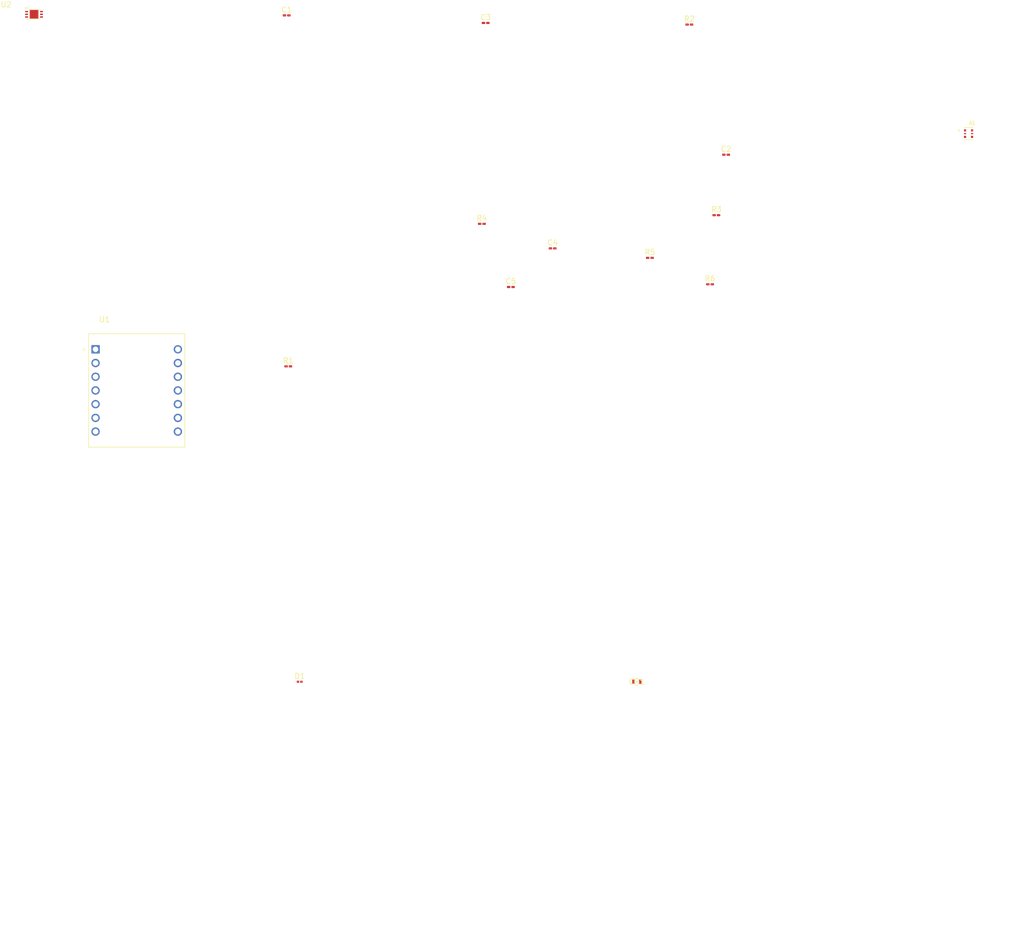
<source format=kicad_pcb>
(kicad_pcb (version 20240108) (generator "pcbnew") (generator_version "8.0")
  (layers (0 "F.Cu" signal) (31 "B.Cu" signal) (34 "B.Paste" user) (35 "F.Paste" user) (36 "B.SilkS" user "B.Silkscreen") (37 "F.SilkS" user "F.Silkscreen") (38 "B.Mask" user) (39 "F.Mask" user) (44 "Edge.Cuts" user))
  (net 0 "")
  (net 1 "VCC")
  (net 3 "GND")
  (net 5 "Net-(A1-OUT)")
  (net 7 "Net-(C2-Pad2)")
  (net 8 "Net-(C4-Pad2)")
  (net 9 "Net-(U2-+)")
  (net 10 "Net-(U2-V+)")
  (net 11 "Net-(D1-K)")
  (net 12 "Net-(U2--)")
  (net 13 "OUTPUT")
  (footprint "Capacitor_SMD:C_0201_0603Metric_Pad0.64x0.40mm_HandSolder" (layer "F.Cu") (at 118.0325 25.3)
    (property "Reference" "C1" (at 0 -1.05 0) (layer "F.SilkS"))
    (property "Value" "2.2u")
    (pad "1" smd roundrect (at -0.4075 0) (size 0.635 0.4) (layers "F.Cu" "F.Mask") (net 3 "GND"))
    (pad "2" smd roundrect (at 0.4075 0) (size 0.635 0.4) (layers "F.Cu" "F.Mask") (net 1 "VCC"))
  )
  (footprint "Capacitor_SMD:C_0201_0603Metric_Pad0.64x0.40mm_HandSolder" (layer "F.Cu") (at 167.2575 68.45)
    (property "Reference" "C4" (at 0 -1.05 0) (layer "F.SilkS"))
    (property "Value" "4.7u")
    (pad "1" smd roundrect (at -0.4075 0) (size 0.635 0.4) (layers "F.Cu" "F.Mask") (net 7 "Net-(C2-Pad2)"))
    (pad "2" smd roundrect (at 0.4075 0) (size 0.635 0.4) (layers "F.Cu" "F.Mask") (net 8 "Net-(C4-Pad2)"))
  )
  (footprint "Resistor_SMD:R_0201_0603Metric_Pad0.64x0.40mm_HandSolder" (layer "F.Cu") (at 192.5675 27)
    (property "Reference" "R2" (at 0 -1.05 0) (layer "F.SilkS"))
    (property "Value" "12K")
    (pad "1" smd roundrect (at -0.4075 0) (size 0.635 0.4) (layers "F.Cu" "F.Mask") (net 3 "GND"))
    (pad "2" smd roundrect (at 0.4075 0) (size 0.635 0.4) (layers "F.Cu" "F.Mask") (net 5 "Net-(A1-OUT)"))
  )
  (footprint "Capacitor_SMD:C_0201_0603Metric_Pad0.64x0.40mm_HandSolder" (layer "F.Cu") (at 159.5325 75.6)
    (property "Reference" "C5" (at 0 -1.05 0) (layer "F.SilkS"))
    (property "Value" "2.2u")
    (pad "1" smd roundrect (at -0.4075 0) (size 0.635 0.4) (layers "F.Cu" "F.Mask") (net 8 "Net-(C4-Pad2)"))
    (pad "2" smd roundrect (at 0.4075 0) (size 0.635 0.4) (layers "F.Cu" "F.Mask") (net 9 "Net-(U2-+)"))
  )
  (footprint "LED_SMD:LED_0201_0603Metric" (layer "F.Cu") (at 120.445 148.7)
    (property "Reference" "D1" (at 0 -1.05 0) (layer "F.SilkS"))
    (property "Value" "AM2520ZGC09")
    (fp_circle (center -0.86 0) (end -0.81 0) (stroke (width 0.1)) (fill none) (layer "F.SilkS"))
    (pad "1" smd roundrect (at -0.32 0) (size 0.46 0.4) (layers "F.Cu" "F.Mask") (net 11 "Net-(D1-K)"))
    (pad "2" smd roundrect (at 0.32 0) (size 0.46 0.4) (layers "F.Cu" "F.Mask") (net 1 "VCC"))
  )
  (footprint "Resistor_SMD:R_0201_0603Metric_Pad0.64x0.40mm_HandSolder" (layer "F.Cu") (at 118.3325 90.3)
    (property "Reference" "R1" (at 0 -1.05 0) (layer "F.SilkS"))
    (property "Value" "470")
    (pad "1" smd roundrect (at -0.4075 0) (size 0.635 0.4) (layers "F.Cu" "F.Mask") (net 3 "GND"))
    (pad "2" smd roundrect (at 0.4075 0) (size 0.635 0.4) (layers "F.Cu" "F.Mask") (net 11 "Net-(D1-K)"))
  )
  (footprint "102010388:MODULE_102010388" (layer "F.Cu") (at 90.28 94.76)
    (property "Reference" "U1" (at -5.975 -13.135 0) (layer "F.SilkS"))
    (property "Value" "102010388")
    (fp_line (start -8.9 -10.5) (end -8.9 10.5) (stroke (width 0.127)) (layer "F.SilkS"))
    (fp_line (start -8.9 10.5) (end 8.9 10.5) (stroke (width 0.127)) (layer "F.SilkS"))
    (fp_line (start 8.9 -10.5) (end -8.9 -10.5) (stroke (width 0.127)) (layer "F.SilkS"))
    (fp_line (start 8.9 10.5) (end 8.9 -10.5) (stroke (width 0.127)) (layer "F.SilkS"))
    (fp_circle (center -9.7 -7.62) (end -9.6 -7.62) (stroke (width 0.2)) (fill none) (layer "F.SilkS"))
    (pad "1" thru_hole rect (at -7.62 -7.62) (size 1.53 1.53) (drill 1.02) (layers "*.Cu" "*.Mask") (net 13 "OUTPUT"))
    (pad "2" thru_hole circle (at -7.62 -5.08) (size 1.53 1.53) (drill 1.02) (layers "*.Cu" "*.Mask"))
    (pad "3" thru_hole circle (at -7.62 -2.54) (size 1.53 1.53) (drill 1.02) (layers "*.Cu" "*.Mask"))
    (pad "4" thru_hole circle (at -7.62 0) (size 1.53 1.53) (drill 1.02) (layers "*.Cu" "*.Mask"))
    (pad "5" thru_hole circle (at -7.62 2.54) (size 1.53 1.53) (drill 1.02) (layers "*.Cu" "*.Mask"))
    (pad "6" thru_hole circle (at -7.62 5.08) (size 1.53 1.53) (drill 1.02) (layers "*.Cu" "*.Mask"))
    (pad "7" thru_hole circle (at -7.62 7.62) (size 1.53 1.53) (drill 1.02) (layers "*.Cu" "*.Mask"))
    (pad "8" thru_hole circle (at 7.62 7.62) (size 1.53 1.53) (drill 1.02) (layers "*.Cu" "*.Mask"))
    (pad "9" thru_hole circle (at 7.62 5.08) (size 1.53 1.53) (drill 1.02) (layers "*.Cu" "*.Mask"))
    (pad "10" thru_hole circle (at 7.62 2.54) (size 1.53 1.53) (drill 1.02) (layers "*.Cu" "*.Mask"))
    (pad "11" thru_hole circle (at 7.62 0) (size 1.53 1.53) (drill 1.02) (layers "*.Cu" "*.Mask"))
    (pad "12" thru_hole circle (at 7.62 -2.54) (size 1.53 1.53) (drill 1.02) (layers "*.Cu" "*.Mask"))
    (pad "13" thru_hole circle (at 7.62 -5.08) (size 1.53 1.53) (drill 1.02) (layers "*.Cu" "*.Mask") (net 3 "GND"))
    (pad "14" thru_hole circle (at 7.62 -7.62) (size 1.53 1.53) (drill 1.02) (layers "*.Cu" "*.Mask") (net 1 "VCC"))
  )
  (footprint "APDS-9008-020:XDCR_APDS-9008-020" (layer "F.Cu") (at 244.25 47.2)
    (property "Reference" "A1" (at 0.682 -1.9564 0) (layer "F.SilkS") (effects (font (size 0.64 0.64))))
    (property "Value" "APDS-9008-020")
    (fp_line (start -0.8 -1.12) (end 0.8 -1.12) (stroke (width 0.127)) (layer "F.SilkS"))
    (fp_line (start 0.8 1.12) (end -0.8 1.12) (stroke (width 0.127)) (layer "F.SilkS"))
    (fp_circle (center -1.75 -0.6) (end -1.65 -0.6) (stroke (width 0.2)) (fill none) (layer "F.SilkS"))
    (pad "1" smd rect (at -0.65 -0.6) (size 0.4 0.4) (layers "F.Cu" "F.Paste") (net 1 "VCC"))
    (pad "2" smd rect (at -0.65 0) (size 0.4 0.2) (layers "F.Cu" "F.Paste"))
    (pad "3" smd rect (at -0.65 0.6) (size 0.4 0.4) (layers "F.Cu" "F.Paste"))
    (pad "4" smd rect (at 0.65 0.6) (size 0.4 0.4) (layers "F.Cu" "F.Paste") (net 3 "GND"))
    (pad "5" smd rect (at 0.65 0) (size 0.4 0.2) (layers "F.Cu" "F.Paste"))
    (pad "6" smd rect (at 0.65 -0.6) (size 0.4 0.4) (layers "F.Cu" "F.Paste") (net 5 "Net-(A1-OUT)"))
  )
  (footprint "footprints:DIODE_CD0603-B0240R_BRN" (layer "F.Cu") (at 182.8477 148.7)
    (property "Reference" "CR1" (at 0 0 0) (layer "F.SilkS"))
    (property "Value" "CD0603-B0240R")
    (fp_line (start -0.191314 0.6223) (end 0.191314 0.6223) (stroke (width 0.1524)) (layer "F.SilkS"))
    (fp_line (start 0.191314 -0.6223) (end -0.191314 -0.6223) (stroke (width 0.1524)) (layer "F.SilkS"))
    (pad "1" smd rect (at -0.6477 0) (size 0.4064 0.8128) (layers "F.Cu" "F.Paste" "F.Mask") (net 10 "Net-(U2-V+)"))
    (pad "2" smd rect (at 0.6477 0) (size 0.4064 0.8128) (layers "F.Cu" "F.Paste" "F.Mask") (net 1 "VCC"))
  )
  (footprint "Resistor_SMD:R_0201_0603Metric_Pad0.64x0.40mm_HandSolder" (layer "F.Cu") (at 196.4 75.1)
    (property "Reference" "R6" (at 0 -1.05 0) (layer "F.SilkS"))
    (property "Value" "3.3M")
    (pad "1" smd roundrect (at -0.4075 0) (size 0.635 0.4) (layers "F.Cu" "F.Mask") (net 13 "OUTPUT"))
    (pad "2" smd roundrect (at 0.4075 0) (size 0.635 0.4) (layers "F.Cu" "F.Mask") (net 12 "Net-(U2--)"))
  )
  (footprint "Package_TO_SOT_SMD:HVSOF6" (layer "F.Cu") (at 71.28 25.1)
    (property "Reference" "U2" (at -5.18 -1.8 0) (layer "F.SilkS"))
    (property "Value" "MCP6001-OT")
    (fp_line (start -1.3 0.9) (end 1.3 0.9) (stroke (width 0.12)) (layer "F.SilkS"))
    (fp_line (start -1.09 -0.9) (end 1.3 -0.9) (stroke (width 0.12)) (layer "F.SilkS"))
    (fp_poly (pts (xy -1.43 -0.89) (xy -1.19 -1.22) (xy -1.67 -1.22) (xy -1.43 -0.89)) (stroke (width 0.12)) (fill solid) (layer "F.SilkS"))
    (pad "1" smd roundrect (at -1.38 -0.5 270) (size 0.25 0.55) (layers "F.Cu" "F.Paste" "F.Mask") (net 13 "OUTPUT"))
    (pad "2" smd roundrect (at -1.38 0 270) (size 0.25 0.55) (layers "F.Cu" "F.Paste" "F.Mask") (net 3 "GND"))
    (pad "3" smd roundrect (at -1.38 0.5 270) (size 0.25 0.55) (layers "F.Cu" "F.Paste" "F.Mask") (net 9 "Net-(U2-+)"))
    (pad "4" smd roundrect (at 1.38 0.5 270) (size 0.25 0.55) (layers "F.Cu" "F.Paste" "F.Mask") (net 12 "Net-(U2--)"))
    (pad "5" smd roundrect (at 1.38 0 270) (size 0.25 0.55) (layers "F.Cu" "F.Paste" "F.Mask") (net 10 "Net-(U2-V+)"))
    (pad "6" smd roundrect (at 1.38 -0.5 270) (size 0.25 0.55) (layers "F.Cu" "F.Paste" "F.Mask"))
    (pad "7" smd rect (at 0 0) (size 1.6 1.6) (layers "F.Cu" "F.Paste" "F.Mask"))
  )
  (footprint "Resistor_SMD:R_0201_0603Metric_Pad0.64x0.40mm_HandSolder" (layer "F.Cu") (at 185.2675 70.2)
    (property "Reference" "R5" (at 0 -1.05 0) (layer "F.SilkS"))
    (property "Value" "100K")
    (pad "1" smd roundrect (at -0.4075 0) (size 0.635 0.4) (layers "F.Cu" "F.Mask") (net 3 "GND"))
    (pad "2" smd roundrect (at 0.4075 0) (size 0.635 0.4) (layers "F.Cu" "F.Mask") (net 9 "Net-(U2-+)"))
  )
  (footprint "Capacitor_SMD:C_0201_0603Metric_Pad0.64x0.40mm_HandSolder" (layer "F.Cu") (at 154.8675 26.7)
    (property "Reference" "C3" (at 0 -1.05 0) (layer "F.SilkS"))
    (property "Value" "4.7u")
    (pad "1" smd roundrect (at -0.4075 0) (size 0.635 0.4) (layers "F.Cu" "F.Mask") (net 7 "Net-(C2-Pad2)"))
    (pad "2" smd roundrect (at 0.4075 0) (size 0.635 0.4) (layers "F.Cu" "F.Mask") (net 3 "GND"))
  )
  (footprint "Resistor_SMD:R_0201_0603Metric_Pad0.64x0.40mm_HandSolder" (layer "F.Cu") (at 154.1675 63.9)
    (property "Reference" "R4" (at 0 -1.05 0) (layer "F.SilkS"))
    (property "Value" "100K")
    (pad "1" smd roundrect (at -0.4075 0) (size 0.635 0.4) (layers "F.Cu" "F.Mask") (net 9 "Net-(U2-+)"))
    (pad "2" smd roundrect (at 0.4075 0) (size 0.635 0.4) (layers "F.Cu" "F.Mask") (net 1 "VCC"))
  )
  (footprint "Resistor_SMD:R_0201_0603Metric_Pad0.64x0.40mm_HandSolder" (layer "F.Cu") (at 197.5675 62.3)
    (property "Reference" "R3" (at 0 -1.05 0) (layer "F.SilkS"))
    (property "Value" "10K")
    (pad "1" smd roundrect (at -0.4075 0) (size 0.635 0.4) (layers "F.Cu" "F.Mask") (net 12 "Net-(U2--)"))
    (pad "2" smd roundrect (at 0.4075 0) (size 0.635 0.4) (layers "F.Cu" "F.Mask") (net 8 "Net-(C4-Pad2)"))
  )
  (footprint "Capacitor_SMD:C_0201_0603Metric_Pad0.64x0.40mm_HandSolder" (layer "F.Cu") (at 199.3675 51.1)
    (property "Reference" "C2" (at 0 -1.05 0) (layer "F.SilkS"))
    (property "Value" "4.7u")
    (pad "1" smd roundrect (at -0.4075 0) (size 0.635 0.4) (layers "F.Cu" "F.Mask") (net 5 "Net-(A1-OUT)"))
    (pad "2" smd roundrect (at 0.4075 0) (size 0.635 0.4) (layers "F.Cu" "F.Mask") (net 7 "Net-(C2-Pad2)"))
  )
)
</source>
